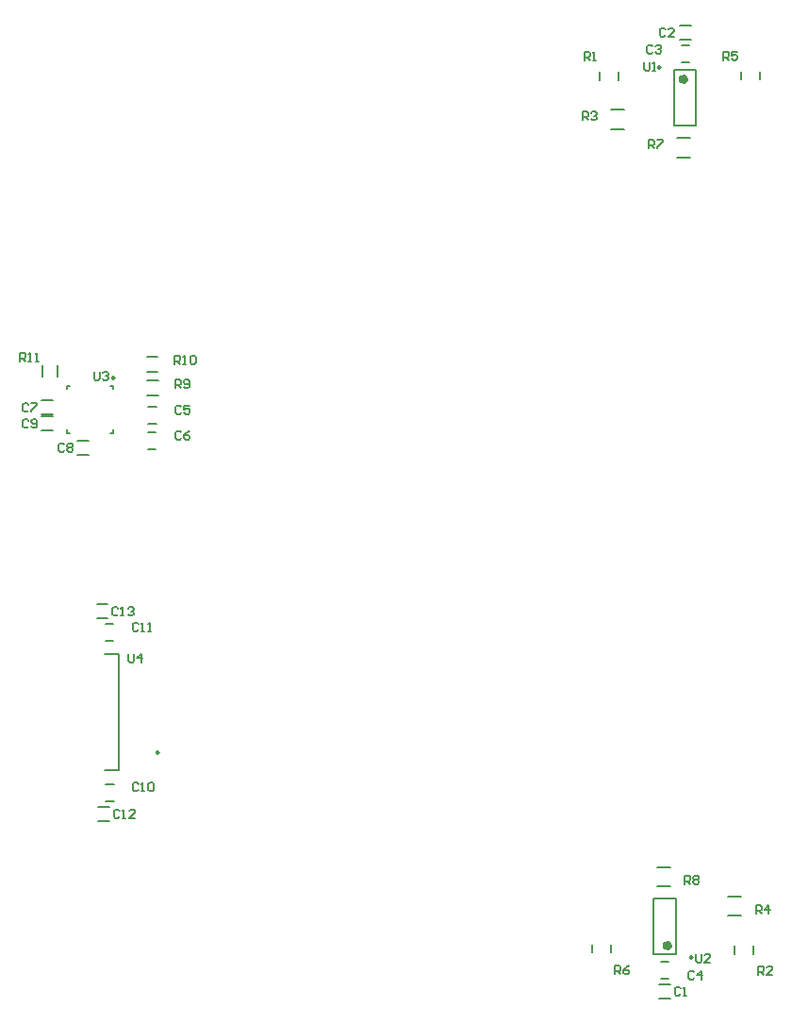
<source format=gto>
G04*
G04 #@! TF.GenerationSoftware,Altium Limited,Altium Designer,20.1.14 (287)*
G04*
G04 Layer_Color=65535*
%FSLAX25Y25*%
%MOIN*%
G70*
G04*
G04 #@! TF.SameCoordinates,153EAF41-479A-4314-9B68-228E5939B1CC*
G04*
G04*
G04 #@! TF.FilePolarity,Positive*
G04*
G01*
G75*
%ADD10C,0.00984*%
%ADD11C,0.01575*%
%ADD12C,0.00787*%
%ADD13C,0.00700*%
D10*
X138992Y282768D02*
X138254Y283194D01*
Y282342D01*
X138992Y282768D01*
X327567Y210432D02*
X326829Y210858D01*
Y210005D01*
X327567Y210432D01*
X316282Y524723D02*
X315544Y525149D01*
Y524297D01*
X316282Y524723D01*
X123274Y415087D02*
X122536Y415513D01*
Y414660D01*
X123274Y415087D01*
D11*
X319397Y214585D02*
X318853Y215334D01*
X317973Y215048D01*
Y214122D01*
X318853Y213836D01*
X319397Y214585D01*
X325042Y520570D02*
X324498Y521318D01*
X323618Y521032D01*
Y520107D01*
X324498Y519821D01*
X325042Y520570D01*
D12*
X124917Y276528D02*
Y317472D01*
X119799D02*
X124917D01*
X119799Y276528D02*
X124917D01*
X313886Y231121D02*
X321760D01*
X313886Y211436D02*
X321760D01*
X313886D02*
Y231121D01*
X321760Y211436D02*
Y231121D01*
X321105Y504034D02*
X328979D01*
X321105Y523719D02*
X328979D01*
Y504034D02*
Y523719D01*
X321105Y504034D02*
Y523719D01*
X315012Y235526D02*
X319720D01*
X315012Y242219D02*
X319720D01*
X322263Y499629D02*
X326971D01*
X322263Y492936D02*
X326971D01*
X298712Y211995D02*
Y214750D01*
X292020Y211995D02*
Y214750D01*
X344771Y520404D02*
Y523160D01*
X351463Y520404D02*
Y523160D01*
X340012Y231719D02*
X344720D01*
X340012Y225026D02*
X344720D01*
X298944Y502927D02*
X303652D01*
X298944Y509620D02*
X303652D01*
X349317Y211552D02*
Y214308D01*
X342624Y211552D02*
Y214308D01*
X294856Y520230D02*
Y522986D01*
X301549Y520230D02*
Y522986D01*
X316445Y208731D02*
X319201D01*
X316445Y202825D02*
X319201D01*
X323664Y526424D02*
X326420D01*
X323664Y532329D02*
X326420D01*
X323074Y539377D02*
X327011D01*
X323074Y534377D02*
X327011D01*
X315854Y195778D02*
X319791D01*
X315854Y200778D02*
X319791D01*
X117032Y335000D02*
X120969D01*
X117032Y330000D02*
X120969D01*
X117532Y263500D02*
X121469D01*
X117532Y258500D02*
X121469D01*
X120122Y322047D02*
X122878D01*
X120122Y327953D02*
X122878D01*
X120240Y265547D02*
X122996D01*
X120240Y271453D02*
X122996D01*
X106443Y411051D02*
Y412134D01*
X107526D01*
X106443Y395598D02*
Y396681D01*
Y395598D02*
X107526D01*
X121896D02*
X122978D01*
Y396681D01*
Y411051D02*
Y412134D01*
X121896D02*
X122978D01*
X97979Y415397D02*
Y419335D01*
X103293Y415397D02*
Y419335D01*
X134667Y422523D02*
X138604D01*
X134667Y417209D02*
X138604D01*
X134742Y408709D02*
X138679D01*
X134742Y414023D02*
X138679D01*
X97490Y396389D02*
X101427D01*
X97490Y401389D02*
X101427D01*
X110167Y392866D02*
X114104D01*
X110167Y387866D02*
X114104D01*
X97516Y402068D02*
X101453D01*
X97516Y407068D02*
X101453D01*
X135215Y389913D02*
X137970D01*
X135215Y395819D02*
X137970D01*
X135258Y398913D02*
X138014D01*
X135258Y404819D02*
X138014D01*
D13*
X128209Y317499D02*
Y315000D01*
X128709Y314500D01*
X129709D01*
X130209Y315000D01*
Y317499D01*
X132708Y314500D02*
Y317499D01*
X131209Y316000D01*
X133208D01*
X116119Y417244D02*
Y414745D01*
X116618Y414245D01*
X117618D01*
X118118Y414745D01*
Y417244D01*
X119117Y416745D02*
X119617Y417244D01*
X120617D01*
X121117Y416745D01*
Y416245D01*
X120617Y415745D01*
X120117D01*
X120617D01*
X121117Y415245D01*
Y414745D01*
X120617Y414245D01*
X119617D01*
X119117Y414745D01*
X328887Y211560D02*
Y209061D01*
X329387Y208561D01*
X330387D01*
X330887Y209061D01*
Y211560D01*
X333886Y208561D02*
X331886D01*
X333886Y210560D01*
Y211060D01*
X333386Y211560D01*
X332386D01*
X331886Y211060D01*
X310578Y526550D02*
Y524051D01*
X311078Y523551D01*
X312077D01*
X312577Y524051D01*
Y526550D01*
X313577Y523551D02*
X314577D01*
X314077D01*
Y526550D01*
X313577Y526050D01*
X89851Y420796D02*
Y423795D01*
X91351D01*
X91850Y423295D01*
Y422296D01*
X91351Y421796D01*
X89851D01*
X90851D02*
X91850Y420796D01*
X92850D02*
X93850D01*
X93350D01*
Y423795D01*
X92850Y423295D01*
X95349Y420796D02*
X96349D01*
X95849D01*
Y423795D01*
X95349Y423295D01*
X144631Y419921D02*
Y422920D01*
X146131D01*
X146630Y422420D01*
Y421420D01*
X146131Y420921D01*
X144631D01*
X145631D02*
X146630Y419921D01*
X147630D02*
X148630D01*
X148130D01*
Y422920D01*
X147630Y422420D01*
X150129D02*
X150629Y422920D01*
X151629D01*
X152129Y422420D01*
Y420421D01*
X151629Y419921D01*
X150629D01*
X150129Y420421D01*
Y422420D01*
X144696Y411420D02*
Y414419D01*
X146195D01*
X146695Y413919D01*
Y412920D01*
X146195Y412420D01*
X144696D01*
X145695D02*
X146695Y411420D01*
X147695Y411920D02*
X148195Y411420D01*
X149194D01*
X149694Y411920D01*
Y413919D01*
X149194Y414419D01*
X148195D01*
X147695Y413919D01*
Y413419D01*
X148195Y412920D01*
X149694D01*
X324965Y236142D02*
Y239141D01*
X326464D01*
X326964Y238642D01*
Y237642D01*
X326464Y237142D01*
X324965D01*
X325964D02*
X326964Y236142D01*
X327964Y238642D02*
X328464Y239141D01*
X329463D01*
X329963Y238642D01*
Y238142D01*
X329463Y237642D01*
X329963Y237142D01*
Y236642D01*
X329463Y236142D01*
X328464D01*
X327964Y236642D01*
Y237142D01*
X328464Y237642D01*
X327964Y238142D01*
Y238642D01*
X328464Y237642D02*
X329463D01*
X312036Y496083D02*
Y499082D01*
X313535D01*
X314035Y498583D01*
Y497583D01*
X313535Y497083D01*
X312036D01*
X313036D02*
X314035Y496083D01*
X315035Y499082D02*
X317034D01*
Y498583D01*
X315035Y496583D01*
Y496083D01*
X300185Y204390D02*
Y207389D01*
X301685D01*
X302185Y206889D01*
Y205889D01*
X301685Y205389D01*
X300185D01*
X301185D02*
X302185Y204390D01*
X305184Y207389D02*
X304184Y206889D01*
X303184Y205889D01*
Y204889D01*
X303684Y204390D01*
X304684D01*
X305184Y204889D01*
Y205389D01*
X304684Y205889D01*
X303184D01*
X338497Y527243D02*
Y530242D01*
X339996D01*
X340496Y529742D01*
Y528743D01*
X339996Y528243D01*
X338497D01*
X339497D02*
X340496Y527243D01*
X343495Y530242D02*
X341496D01*
Y528743D01*
X342496Y529243D01*
X342995D01*
X343495Y528743D01*
Y527743D01*
X342995Y527243D01*
X341996D01*
X341496Y527743D01*
X350123Y225688D02*
Y228687D01*
X351622D01*
X352122Y228187D01*
Y227187D01*
X351622Y226687D01*
X350123D01*
X351122D02*
X352122Y225688D01*
X354621D02*
Y228687D01*
X353122Y227187D01*
X355121D01*
X288826Y506103D02*
Y509102D01*
X290325D01*
X290825Y508602D01*
Y507602D01*
X290325Y507102D01*
X288826D01*
X289826D02*
X290825Y506103D01*
X291825Y508602D02*
X292325Y509102D01*
X293324D01*
X293824Y508602D01*
Y508102D01*
X293324Y507602D01*
X292825D01*
X293324D01*
X293824Y507102D01*
Y506603D01*
X293324Y506103D01*
X292325D01*
X291825Y506603D01*
X350927Y204141D02*
Y207140D01*
X352427D01*
X352926Y206640D01*
Y205640D01*
X352427Y205140D01*
X350927D01*
X351927D02*
X352926Y204141D01*
X355925D02*
X353926D01*
X355925Y206140D01*
Y206640D01*
X355426Y207140D01*
X354426D01*
X353926Y206640D01*
X289426Y527233D02*
Y530232D01*
X290925D01*
X291425Y529732D01*
Y528732D01*
X290925Y528232D01*
X289426D01*
X290426D02*
X291425Y527233D01*
X292425D02*
X293425D01*
X292925D01*
Y530232D01*
X292425Y529732D01*
X124558Y333500D02*
X124058Y333999D01*
X123058D01*
X122558Y333500D01*
Y331500D01*
X123058Y331000D01*
X124058D01*
X124558Y331500D01*
X125557Y331000D02*
X126557D01*
X126057D01*
Y333999D01*
X125557Y333500D01*
X128057D02*
X128556Y333999D01*
X129556D01*
X130056Y333500D01*
Y333000D01*
X129556Y332500D01*
X129056D01*
X129556D01*
X130056Y332000D01*
Y331500D01*
X129556Y331000D01*
X128556D01*
X128057Y331500D01*
X125058Y262000D02*
X124558Y262499D01*
X123558D01*
X123058Y262000D01*
Y260000D01*
X123558Y259501D01*
X124558D01*
X125058Y260000D01*
X126057Y259501D02*
X127057D01*
X126557D01*
Y262499D01*
X126057Y262000D01*
X130556Y259501D02*
X128557D01*
X130556Y261500D01*
Y262000D01*
X130056Y262499D01*
X129056D01*
X128557Y262000D01*
X131750Y328000D02*
X131251Y328500D01*
X130251D01*
X129751Y328000D01*
Y326000D01*
X130251Y325500D01*
X131251D01*
X131750Y326000D01*
X132750Y325500D02*
X133750D01*
X133250D01*
Y328500D01*
X132750Y328000D01*
X135249Y325500D02*
X136249D01*
X135749D01*
Y328500D01*
X135249Y328000D01*
X131751Y271500D02*
X131251Y272000D01*
X130251D01*
X129751Y271500D01*
Y269500D01*
X130251Y269001D01*
X131251D01*
X131751Y269500D01*
X132750Y269001D02*
X133750D01*
X133250D01*
Y272000D01*
X132750Y271500D01*
X135249D02*
X135749Y272000D01*
X136749D01*
X137249Y271500D01*
Y269500D01*
X136749Y269001D01*
X135749D01*
X135249Y269500D01*
Y271500D01*
X92884Y399889D02*
X92384Y400389D01*
X91385D01*
X90885Y399889D01*
Y397890D01*
X91385Y397390D01*
X92384D01*
X92884Y397890D01*
X93884D02*
X94384Y397390D01*
X95383D01*
X95883Y397890D01*
Y399889D01*
X95383Y400389D01*
X94384D01*
X93884Y399889D01*
Y399389D01*
X94384Y398889D01*
X95883D01*
X105636Y391366D02*
X105136Y391865D01*
X104137D01*
X103637Y391366D01*
Y389366D01*
X104137Y388866D01*
X105136D01*
X105636Y389366D01*
X106636Y391366D02*
X107136Y391865D01*
X108135D01*
X108635Y391366D01*
Y390866D01*
X108135Y390366D01*
X108635Y389866D01*
Y389366D01*
X108135Y388866D01*
X107136D01*
X106636Y389366D01*
Y389866D01*
X107136Y390366D01*
X106636Y390866D01*
Y391366D01*
X107136Y390366D02*
X108135D01*
X92985Y405568D02*
X92485Y406068D01*
X91485D01*
X90986Y405568D01*
Y403569D01*
X91485Y403069D01*
X92485D01*
X92985Y403569D01*
X93985Y406068D02*
X95984D01*
Y405568D01*
X93985Y403569D01*
Y403069D01*
X146850Y395733D02*
X146350Y396233D01*
X145350D01*
X144850Y395733D01*
Y393734D01*
X145350Y393234D01*
X146350D01*
X146850Y393734D01*
X149849Y396233D02*
X148849Y395733D01*
X147849Y394733D01*
Y393734D01*
X148349Y393234D01*
X149349D01*
X149849Y393734D01*
Y394233D01*
X149349Y394733D01*
X147849D01*
X146901Y404646D02*
X146401Y405146D01*
X145402D01*
X144902Y404646D01*
Y402646D01*
X145402Y402146D01*
X146401D01*
X146901Y402646D01*
X149900Y405146D02*
X147901D01*
Y403646D01*
X148900Y404146D01*
X149400D01*
X149900Y403646D01*
Y402646D01*
X149400Y402146D01*
X148401D01*
X147901Y402646D01*
X328209Y205021D02*
X327710Y205521D01*
X326710D01*
X326210Y205021D01*
Y203022D01*
X326710Y202522D01*
X327710D01*
X328209Y203022D01*
X330709Y202522D02*
Y205521D01*
X329209Y204021D01*
X331208D01*
X313660Y531984D02*
X313160Y532483D01*
X312160D01*
X311660Y531984D01*
Y529984D01*
X312160Y529485D01*
X313160D01*
X313660Y529984D01*
X314659Y531984D02*
X315159Y532483D01*
X316159D01*
X316659Y531984D01*
Y531484D01*
X316159Y530984D01*
X315659D01*
X316159D01*
X316659Y530484D01*
Y529984D01*
X316159Y529485D01*
X315159D01*
X314659Y529984D01*
X318032Y537954D02*
X317532Y538453D01*
X316532D01*
X316032Y537954D01*
Y535954D01*
X316532Y535454D01*
X317532D01*
X318032Y535954D01*
X321031Y535454D02*
X319031D01*
X321031Y537454D01*
Y537954D01*
X320531Y538453D01*
X319531D01*
X319031Y537954D01*
X323479Y199355D02*
X322980Y199855D01*
X321980D01*
X321480Y199355D01*
Y197356D01*
X321980Y196856D01*
X322980D01*
X323479Y197356D01*
X324479Y196856D02*
X325479D01*
X324979D01*
Y199855D01*
X324479Y199355D01*
M02*

</source>
